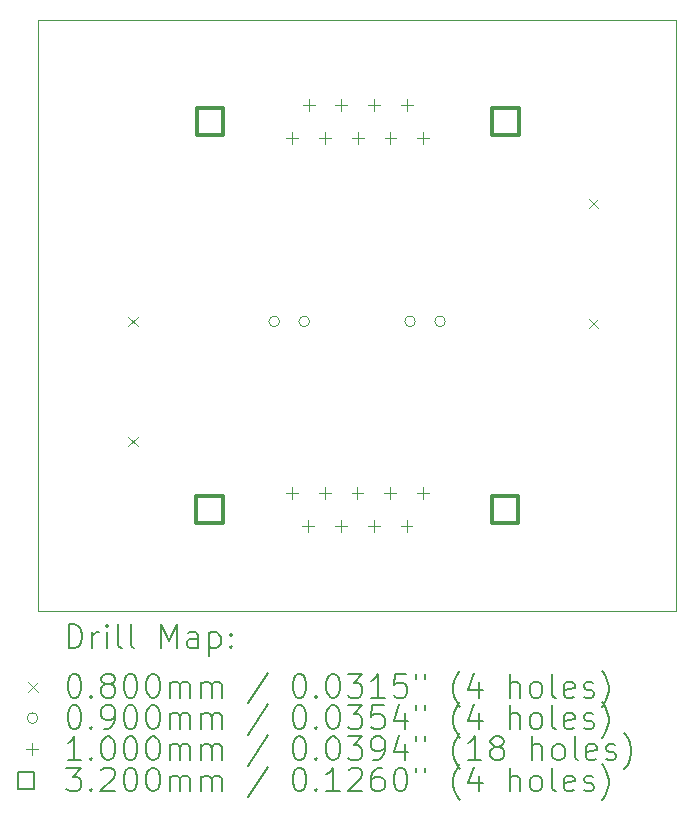
<source format=gbr>
%TF.GenerationSoftware,KiCad,Pcbnew,7.0.5*%
%TF.CreationDate,2024-08-02T13:19:41+02:00*%
%TF.ProjectId,NullModemAdapter,4e756c6c-4d6f-4646-956d-416461707465,rev?*%
%TF.SameCoordinates,Original*%
%TF.FileFunction,Drillmap*%
%TF.FilePolarity,Positive*%
%FSLAX45Y45*%
G04 Gerber Fmt 4.5, Leading zero omitted, Abs format (unit mm)*
G04 Created by KiCad (PCBNEW 7.0.5) date 2024-08-02 13:19:41*
%MOMM*%
%LPD*%
G01*
G04 APERTURE LIST*
%ADD10C,0.100000*%
%ADD11C,0.200000*%
%ADD12C,0.080000*%
%ADD13C,0.090000*%
%ADD14C,0.320000*%
G04 APERTURE END LIST*
D10*
X6000000Y-6000000D02*
X11400000Y-6000000D01*
X11400000Y-11000000D01*
X6000000Y-11000000D01*
X6000000Y-6000000D01*
D11*
D12*
X6760000Y-8510000D02*
X6840000Y-8590000D01*
X6840000Y-8510000D02*
X6760000Y-8590000D01*
X6760000Y-9526000D02*
X6840000Y-9606000D01*
X6840000Y-9526000D02*
X6760000Y-9606000D01*
X10660000Y-7510000D02*
X10740000Y-7590000D01*
X10740000Y-7510000D02*
X10660000Y-7590000D01*
X10660000Y-8526000D02*
X10740000Y-8606000D01*
X10740000Y-8526000D02*
X10660000Y-8606000D01*
D13*
X8041000Y-8550000D02*
G75*
G03*
X8041000Y-8550000I-45000J0D01*
G01*
X8295000Y-8550000D02*
G75*
G03*
X8295000Y-8550000I-45000J0D01*
G01*
X9191000Y-8550000D02*
G75*
G03*
X9191000Y-8550000I-45000J0D01*
G01*
X9445000Y-8550000D02*
G75*
G03*
X9445000Y-8550000I-45000J0D01*
G01*
D10*
X8147000Y-9950000D02*
X8147000Y-10050000D01*
X8097000Y-10000000D02*
X8197000Y-10000000D01*
X8149500Y-6949000D02*
X8149500Y-7049000D01*
X8099500Y-6999000D02*
X8199500Y-6999000D01*
X8285500Y-10234000D02*
X8285500Y-10334000D01*
X8235500Y-10284000D02*
X8335500Y-10284000D01*
X8288000Y-6665000D02*
X8288000Y-6765000D01*
X8238000Y-6715000D02*
X8338000Y-6715000D01*
X8424000Y-9950000D02*
X8424000Y-10050000D01*
X8374000Y-10000000D02*
X8474000Y-10000000D01*
X8426500Y-6949000D02*
X8426500Y-7049000D01*
X8376500Y-6999000D02*
X8476500Y-6999000D01*
X8562500Y-10234000D02*
X8562500Y-10334000D01*
X8512500Y-10284000D02*
X8612500Y-10284000D01*
X8565000Y-6665000D02*
X8565000Y-6765000D01*
X8515000Y-6715000D02*
X8615000Y-6715000D01*
X8701000Y-9950000D02*
X8701000Y-10050000D01*
X8651000Y-10000000D02*
X8751000Y-10000000D01*
X8703500Y-6949000D02*
X8703500Y-7049000D01*
X8653500Y-6999000D02*
X8753500Y-6999000D01*
X8839500Y-10234000D02*
X8839500Y-10334000D01*
X8789500Y-10284000D02*
X8889500Y-10284000D01*
X8842000Y-6665000D02*
X8842000Y-6765000D01*
X8792000Y-6715000D02*
X8892000Y-6715000D01*
X8978000Y-9950000D02*
X8978000Y-10050000D01*
X8928000Y-10000000D02*
X9028000Y-10000000D01*
X8980500Y-6949000D02*
X8980500Y-7049000D01*
X8930500Y-6999000D02*
X9030500Y-6999000D01*
X9116500Y-10234000D02*
X9116500Y-10334000D01*
X9066500Y-10284000D02*
X9166500Y-10284000D01*
X9119000Y-6665000D02*
X9119000Y-6765000D01*
X9069000Y-6715000D02*
X9169000Y-6715000D01*
X9255000Y-9950000D02*
X9255000Y-10050000D01*
X9205000Y-10000000D02*
X9305000Y-10000000D01*
X9257500Y-6949000D02*
X9257500Y-7049000D01*
X9207500Y-6999000D02*
X9307500Y-6999000D01*
D14*
X7564138Y-10255138D02*
X7564138Y-10028862D01*
X7337862Y-10028862D01*
X7337862Y-10255138D01*
X7564138Y-10255138D01*
X7566638Y-6970138D02*
X7566638Y-6743862D01*
X7340362Y-6743862D01*
X7340362Y-6970138D01*
X7566638Y-6970138D01*
X10064138Y-10255138D02*
X10064138Y-10028862D01*
X9837862Y-10028862D01*
X9837862Y-10255138D01*
X10064138Y-10255138D01*
X10066638Y-6970138D02*
X10066638Y-6743862D01*
X9840362Y-6743862D01*
X9840362Y-6970138D01*
X10066638Y-6970138D01*
D11*
X6255777Y-11316484D02*
X6255777Y-11116484D01*
X6255777Y-11116484D02*
X6303396Y-11116484D01*
X6303396Y-11116484D02*
X6331967Y-11126008D01*
X6331967Y-11126008D02*
X6351015Y-11145055D01*
X6351015Y-11145055D02*
X6360539Y-11164103D01*
X6360539Y-11164103D02*
X6370062Y-11202198D01*
X6370062Y-11202198D02*
X6370062Y-11230769D01*
X6370062Y-11230769D02*
X6360539Y-11268865D01*
X6360539Y-11268865D02*
X6351015Y-11287912D01*
X6351015Y-11287912D02*
X6331967Y-11306960D01*
X6331967Y-11306960D02*
X6303396Y-11316484D01*
X6303396Y-11316484D02*
X6255777Y-11316484D01*
X6455777Y-11316484D02*
X6455777Y-11183150D01*
X6455777Y-11221246D02*
X6465301Y-11202198D01*
X6465301Y-11202198D02*
X6474824Y-11192674D01*
X6474824Y-11192674D02*
X6493872Y-11183150D01*
X6493872Y-11183150D02*
X6512920Y-11183150D01*
X6579586Y-11316484D02*
X6579586Y-11183150D01*
X6579586Y-11116484D02*
X6570062Y-11126008D01*
X6570062Y-11126008D02*
X6579586Y-11135531D01*
X6579586Y-11135531D02*
X6589110Y-11126008D01*
X6589110Y-11126008D02*
X6579586Y-11116484D01*
X6579586Y-11116484D02*
X6579586Y-11135531D01*
X6703396Y-11316484D02*
X6684348Y-11306960D01*
X6684348Y-11306960D02*
X6674824Y-11287912D01*
X6674824Y-11287912D02*
X6674824Y-11116484D01*
X6808158Y-11316484D02*
X6789110Y-11306960D01*
X6789110Y-11306960D02*
X6779586Y-11287912D01*
X6779586Y-11287912D02*
X6779586Y-11116484D01*
X7036729Y-11316484D02*
X7036729Y-11116484D01*
X7036729Y-11116484D02*
X7103396Y-11259341D01*
X7103396Y-11259341D02*
X7170062Y-11116484D01*
X7170062Y-11116484D02*
X7170062Y-11316484D01*
X7351015Y-11316484D02*
X7351015Y-11211722D01*
X7351015Y-11211722D02*
X7341491Y-11192674D01*
X7341491Y-11192674D02*
X7322443Y-11183150D01*
X7322443Y-11183150D02*
X7284348Y-11183150D01*
X7284348Y-11183150D02*
X7265301Y-11192674D01*
X7351015Y-11306960D02*
X7331967Y-11316484D01*
X7331967Y-11316484D02*
X7284348Y-11316484D01*
X7284348Y-11316484D02*
X7265301Y-11306960D01*
X7265301Y-11306960D02*
X7255777Y-11287912D01*
X7255777Y-11287912D02*
X7255777Y-11268865D01*
X7255777Y-11268865D02*
X7265301Y-11249817D01*
X7265301Y-11249817D02*
X7284348Y-11240293D01*
X7284348Y-11240293D02*
X7331967Y-11240293D01*
X7331967Y-11240293D02*
X7351015Y-11230769D01*
X7446253Y-11183150D02*
X7446253Y-11383150D01*
X7446253Y-11192674D02*
X7465301Y-11183150D01*
X7465301Y-11183150D02*
X7503396Y-11183150D01*
X7503396Y-11183150D02*
X7522443Y-11192674D01*
X7522443Y-11192674D02*
X7531967Y-11202198D01*
X7531967Y-11202198D02*
X7541491Y-11221246D01*
X7541491Y-11221246D02*
X7541491Y-11278388D01*
X7541491Y-11278388D02*
X7531967Y-11297436D01*
X7531967Y-11297436D02*
X7522443Y-11306960D01*
X7522443Y-11306960D02*
X7503396Y-11316484D01*
X7503396Y-11316484D02*
X7465301Y-11316484D01*
X7465301Y-11316484D02*
X7446253Y-11306960D01*
X7627205Y-11297436D02*
X7636729Y-11306960D01*
X7636729Y-11306960D02*
X7627205Y-11316484D01*
X7627205Y-11316484D02*
X7617682Y-11306960D01*
X7617682Y-11306960D02*
X7627205Y-11297436D01*
X7627205Y-11297436D02*
X7627205Y-11316484D01*
X7627205Y-11192674D02*
X7636729Y-11202198D01*
X7636729Y-11202198D02*
X7627205Y-11211722D01*
X7627205Y-11211722D02*
X7617682Y-11202198D01*
X7617682Y-11202198D02*
X7627205Y-11192674D01*
X7627205Y-11192674D02*
X7627205Y-11211722D01*
D12*
X5915000Y-11605000D02*
X5995000Y-11685000D01*
X5995000Y-11605000D02*
X5915000Y-11685000D01*
D11*
X6293872Y-11536484D02*
X6312920Y-11536484D01*
X6312920Y-11536484D02*
X6331967Y-11546008D01*
X6331967Y-11546008D02*
X6341491Y-11555531D01*
X6341491Y-11555531D02*
X6351015Y-11574579D01*
X6351015Y-11574579D02*
X6360539Y-11612674D01*
X6360539Y-11612674D02*
X6360539Y-11660293D01*
X6360539Y-11660293D02*
X6351015Y-11698388D01*
X6351015Y-11698388D02*
X6341491Y-11717436D01*
X6341491Y-11717436D02*
X6331967Y-11726960D01*
X6331967Y-11726960D02*
X6312920Y-11736484D01*
X6312920Y-11736484D02*
X6293872Y-11736484D01*
X6293872Y-11736484D02*
X6274824Y-11726960D01*
X6274824Y-11726960D02*
X6265301Y-11717436D01*
X6265301Y-11717436D02*
X6255777Y-11698388D01*
X6255777Y-11698388D02*
X6246253Y-11660293D01*
X6246253Y-11660293D02*
X6246253Y-11612674D01*
X6246253Y-11612674D02*
X6255777Y-11574579D01*
X6255777Y-11574579D02*
X6265301Y-11555531D01*
X6265301Y-11555531D02*
X6274824Y-11546008D01*
X6274824Y-11546008D02*
X6293872Y-11536484D01*
X6446253Y-11717436D02*
X6455777Y-11726960D01*
X6455777Y-11726960D02*
X6446253Y-11736484D01*
X6446253Y-11736484D02*
X6436729Y-11726960D01*
X6436729Y-11726960D02*
X6446253Y-11717436D01*
X6446253Y-11717436D02*
X6446253Y-11736484D01*
X6570062Y-11622198D02*
X6551015Y-11612674D01*
X6551015Y-11612674D02*
X6541491Y-11603150D01*
X6541491Y-11603150D02*
X6531967Y-11584103D01*
X6531967Y-11584103D02*
X6531967Y-11574579D01*
X6531967Y-11574579D02*
X6541491Y-11555531D01*
X6541491Y-11555531D02*
X6551015Y-11546008D01*
X6551015Y-11546008D02*
X6570062Y-11536484D01*
X6570062Y-11536484D02*
X6608158Y-11536484D01*
X6608158Y-11536484D02*
X6627205Y-11546008D01*
X6627205Y-11546008D02*
X6636729Y-11555531D01*
X6636729Y-11555531D02*
X6646253Y-11574579D01*
X6646253Y-11574579D02*
X6646253Y-11584103D01*
X6646253Y-11584103D02*
X6636729Y-11603150D01*
X6636729Y-11603150D02*
X6627205Y-11612674D01*
X6627205Y-11612674D02*
X6608158Y-11622198D01*
X6608158Y-11622198D02*
X6570062Y-11622198D01*
X6570062Y-11622198D02*
X6551015Y-11631722D01*
X6551015Y-11631722D02*
X6541491Y-11641246D01*
X6541491Y-11641246D02*
X6531967Y-11660293D01*
X6531967Y-11660293D02*
X6531967Y-11698388D01*
X6531967Y-11698388D02*
X6541491Y-11717436D01*
X6541491Y-11717436D02*
X6551015Y-11726960D01*
X6551015Y-11726960D02*
X6570062Y-11736484D01*
X6570062Y-11736484D02*
X6608158Y-11736484D01*
X6608158Y-11736484D02*
X6627205Y-11726960D01*
X6627205Y-11726960D02*
X6636729Y-11717436D01*
X6636729Y-11717436D02*
X6646253Y-11698388D01*
X6646253Y-11698388D02*
X6646253Y-11660293D01*
X6646253Y-11660293D02*
X6636729Y-11641246D01*
X6636729Y-11641246D02*
X6627205Y-11631722D01*
X6627205Y-11631722D02*
X6608158Y-11622198D01*
X6770062Y-11536484D02*
X6789110Y-11536484D01*
X6789110Y-11536484D02*
X6808158Y-11546008D01*
X6808158Y-11546008D02*
X6817682Y-11555531D01*
X6817682Y-11555531D02*
X6827205Y-11574579D01*
X6827205Y-11574579D02*
X6836729Y-11612674D01*
X6836729Y-11612674D02*
X6836729Y-11660293D01*
X6836729Y-11660293D02*
X6827205Y-11698388D01*
X6827205Y-11698388D02*
X6817682Y-11717436D01*
X6817682Y-11717436D02*
X6808158Y-11726960D01*
X6808158Y-11726960D02*
X6789110Y-11736484D01*
X6789110Y-11736484D02*
X6770062Y-11736484D01*
X6770062Y-11736484D02*
X6751015Y-11726960D01*
X6751015Y-11726960D02*
X6741491Y-11717436D01*
X6741491Y-11717436D02*
X6731967Y-11698388D01*
X6731967Y-11698388D02*
X6722443Y-11660293D01*
X6722443Y-11660293D02*
X6722443Y-11612674D01*
X6722443Y-11612674D02*
X6731967Y-11574579D01*
X6731967Y-11574579D02*
X6741491Y-11555531D01*
X6741491Y-11555531D02*
X6751015Y-11546008D01*
X6751015Y-11546008D02*
X6770062Y-11536484D01*
X6960539Y-11536484D02*
X6979586Y-11536484D01*
X6979586Y-11536484D02*
X6998634Y-11546008D01*
X6998634Y-11546008D02*
X7008158Y-11555531D01*
X7008158Y-11555531D02*
X7017682Y-11574579D01*
X7017682Y-11574579D02*
X7027205Y-11612674D01*
X7027205Y-11612674D02*
X7027205Y-11660293D01*
X7027205Y-11660293D02*
X7017682Y-11698388D01*
X7017682Y-11698388D02*
X7008158Y-11717436D01*
X7008158Y-11717436D02*
X6998634Y-11726960D01*
X6998634Y-11726960D02*
X6979586Y-11736484D01*
X6979586Y-11736484D02*
X6960539Y-11736484D01*
X6960539Y-11736484D02*
X6941491Y-11726960D01*
X6941491Y-11726960D02*
X6931967Y-11717436D01*
X6931967Y-11717436D02*
X6922443Y-11698388D01*
X6922443Y-11698388D02*
X6912920Y-11660293D01*
X6912920Y-11660293D02*
X6912920Y-11612674D01*
X6912920Y-11612674D02*
X6922443Y-11574579D01*
X6922443Y-11574579D02*
X6931967Y-11555531D01*
X6931967Y-11555531D02*
X6941491Y-11546008D01*
X6941491Y-11546008D02*
X6960539Y-11536484D01*
X7112920Y-11736484D02*
X7112920Y-11603150D01*
X7112920Y-11622198D02*
X7122443Y-11612674D01*
X7122443Y-11612674D02*
X7141491Y-11603150D01*
X7141491Y-11603150D02*
X7170063Y-11603150D01*
X7170063Y-11603150D02*
X7189110Y-11612674D01*
X7189110Y-11612674D02*
X7198634Y-11631722D01*
X7198634Y-11631722D02*
X7198634Y-11736484D01*
X7198634Y-11631722D02*
X7208158Y-11612674D01*
X7208158Y-11612674D02*
X7227205Y-11603150D01*
X7227205Y-11603150D02*
X7255777Y-11603150D01*
X7255777Y-11603150D02*
X7274824Y-11612674D01*
X7274824Y-11612674D02*
X7284348Y-11631722D01*
X7284348Y-11631722D02*
X7284348Y-11736484D01*
X7379586Y-11736484D02*
X7379586Y-11603150D01*
X7379586Y-11622198D02*
X7389110Y-11612674D01*
X7389110Y-11612674D02*
X7408158Y-11603150D01*
X7408158Y-11603150D02*
X7436729Y-11603150D01*
X7436729Y-11603150D02*
X7455777Y-11612674D01*
X7455777Y-11612674D02*
X7465301Y-11631722D01*
X7465301Y-11631722D02*
X7465301Y-11736484D01*
X7465301Y-11631722D02*
X7474824Y-11612674D01*
X7474824Y-11612674D02*
X7493872Y-11603150D01*
X7493872Y-11603150D02*
X7522443Y-11603150D01*
X7522443Y-11603150D02*
X7541491Y-11612674D01*
X7541491Y-11612674D02*
X7551015Y-11631722D01*
X7551015Y-11631722D02*
X7551015Y-11736484D01*
X7941491Y-11526960D02*
X7770063Y-11784103D01*
X8198634Y-11536484D02*
X8217682Y-11536484D01*
X8217682Y-11536484D02*
X8236729Y-11546008D01*
X8236729Y-11546008D02*
X8246253Y-11555531D01*
X8246253Y-11555531D02*
X8255777Y-11574579D01*
X8255777Y-11574579D02*
X8265301Y-11612674D01*
X8265301Y-11612674D02*
X8265301Y-11660293D01*
X8265301Y-11660293D02*
X8255777Y-11698388D01*
X8255777Y-11698388D02*
X8246253Y-11717436D01*
X8246253Y-11717436D02*
X8236729Y-11726960D01*
X8236729Y-11726960D02*
X8217682Y-11736484D01*
X8217682Y-11736484D02*
X8198634Y-11736484D01*
X8198634Y-11736484D02*
X8179586Y-11726960D01*
X8179586Y-11726960D02*
X8170063Y-11717436D01*
X8170063Y-11717436D02*
X8160539Y-11698388D01*
X8160539Y-11698388D02*
X8151015Y-11660293D01*
X8151015Y-11660293D02*
X8151015Y-11612674D01*
X8151015Y-11612674D02*
X8160539Y-11574579D01*
X8160539Y-11574579D02*
X8170063Y-11555531D01*
X8170063Y-11555531D02*
X8179586Y-11546008D01*
X8179586Y-11546008D02*
X8198634Y-11536484D01*
X8351015Y-11717436D02*
X8360539Y-11726960D01*
X8360539Y-11726960D02*
X8351015Y-11736484D01*
X8351015Y-11736484D02*
X8341491Y-11726960D01*
X8341491Y-11726960D02*
X8351015Y-11717436D01*
X8351015Y-11717436D02*
X8351015Y-11736484D01*
X8484348Y-11536484D02*
X8503396Y-11536484D01*
X8503396Y-11536484D02*
X8522444Y-11546008D01*
X8522444Y-11546008D02*
X8531968Y-11555531D01*
X8531968Y-11555531D02*
X8541491Y-11574579D01*
X8541491Y-11574579D02*
X8551015Y-11612674D01*
X8551015Y-11612674D02*
X8551015Y-11660293D01*
X8551015Y-11660293D02*
X8541491Y-11698388D01*
X8541491Y-11698388D02*
X8531968Y-11717436D01*
X8531968Y-11717436D02*
X8522444Y-11726960D01*
X8522444Y-11726960D02*
X8503396Y-11736484D01*
X8503396Y-11736484D02*
X8484348Y-11736484D01*
X8484348Y-11736484D02*
X8465301Y-11726960D01*
X8465301Y-11726960D02*
X8455777Y-11717436D01*
X8455777Y-11717436D02*
X8446253Y-11698388D01*
X8446253Y-11698388D02*
X8436729Y-11660293D01*
X8436729Y-11660293D02*
X8436729Y-11612674D01*
X8436729Y-11612674D02*
X8446253Y-11574579D01*
X8446253Y-11574579D02*
X8455777Y-11555531D01*
X8455777Y-11555531D02*
X8465301Y-11546008D01*
X8465301Y-11546008D02*
X8484348Y-11536484D01*
X8617682Y-11536484D02*
X8741491Y-11536484D01*
X8741491Y-11536484D02*
X8674825Y-11612674D01*
X8674825Y-11612674D02*
X8703396Y-11612674D01*
X8703396Y-11612674D02*
X8722444Y-11622198D01*
X8722444Y-11622198D02*
X8731968Y-11631722D01*
X8731968Y-11631722D02*
X8741491Y-11650769D01*
X8741491Y-11650769D02*
X8741491Y-11698388D01*
X8741491Y-11698388D02*
X8731968Y-11717436D01*
X8731968Y-11717436D02*
X8722444Y-11726960D01*
X8722444Y-11726960D02*
X8703396Y-11736484D01*
X8703396Y-11736484D02*
X8646253Y-11736484D01*
X8646253Y-11736484D02*
X8627206Y-11726960D01*
X8627206Y-11726960D02*
X8617682Y-11717436D01*
X8931968Y-11736484D02*
X8817682Y-11736484D01*
X8874825Y-11736484D02*
X8874825Y-11536484D01*
X8874825Y-11536484D02*
X8855777Y-11565055D01*
X8855777Y-11565055D02*
X8836729Y-11584103D01*
X8836729Y-11584103D02*
X8817682Y-11593627D01*
X9112920Y-11536484D02*
X9017682Y-11536484D01*
X9017682Y-11536484D02*
X9008158Y-11631722D01*
X9008158Y-11631722D02*
X9017682Y-11622198D01*
X9017682Y-11622198D02*
X9036729Y-11612674D01*
X9036729Y-11612674D02*
X9084349Y-11612674D01*
X9084349Y-11612674D02*
X9103396Y-11622198D01*
X9103396Y-11622198D02*
X9112920Y-11631722D01*
X9112920Y-11631722D02*
X9122444Y-11650769D01*
X9122444Y-11650769D02*
X9122444Y-11698388D01*
X9122444Y-11698388D02*
X9112920Y-11717436D01*
X9112920Y-11717436D02*
X9103396Y-11726960D01*
X9103396Y-11726960D02*
X9084349Y-11736484D01*
X9084349Y-11736484D02*
X9036729Y-11736484D01*
X9036729Y-11736484D02*
X9017682Y-11726960D01*
X9017682Y-11726960D02*
X9008158Y-11717436D01*
X9198634Y-11536484D02*
X9198634Y-11574579D01*
X9274825Y-11536484D02*
X9274825Y-11574579D01*
X9570063Y-11812674D02*
X9560539Y-11803150D01*
X9560539Y-11803150D02*
X9541491Y-11774579D01*
X9541491Y-11774579D02*
X9531968Y-11755531D01*
X9531968Y-11755531D02*
X9522444Y-11726960D01*
X9522444Y-11726960D02*
X9512920Y-11679341D01*
X9512920Y-11679341D02*
X9512920Y-11641246D01*
X9512920Y-11641246D02*
X9522444Y-11593627D01*
X9522444Y-11593627D02*
X9531968Y-11565055D01*
X9531968Y-11565055D02*
X9541491Y-11546008D01*
X9541491Y-11546008D02*
X9560539Y-11517436D01*
X9560539Y-11517436D02*
X9570063Y-11507912D01*
X9731968Y-11603150D02*
X9731968Y-11736484D01*
X9684349Y-11526960D02*
X9636730Y-11669817D01*
X9636730Y-11669817D02*
X9760539Y-11669817D01*
X9989111Y-11736484D02*
X9989111Y-11536484D01*
X10074825Y-11736484D02*
X10074825Y-11631722D01*
X10074825Y-11631722D02*
X10065301Y-11612674D01*
X10065301Y-11612674D02*
X10046253Y-11603150D01*
X10046253Y-11603150D02*
X10017682Y-11603150D01*
X10017682Y-11603150D02*
X9998634Y-11612674D01*
X9998634Y-11612674D02*
X9989111Y-11622198D01*
X10198634Y-11736484D02*
X10179587Y-11726960D01*
X10179587Y-11726960D02*
X10170063Y-11717436D01*
X10170063Y-11717436D02*
X10160539Y-11698388D01*
X10160539Y-11698388D02*
X10160539Y-11641246D01*
X10160539Y-11641246D02*
X10170063Y-11622198D01*
X10170063Y-11622198D02*
X10179587Y-11612674D01*
X10179587Y-11612674D02*
X10198634Y-11603150D01*
X10198634Y-11603150D02*
X10227206Y-11603150D01*
X10227206Y-11603150D02*
X10246253Y-11612674D01*
X10246253Y-11612674D02*
X10255777Y-11622198D01*
X10255777Y-11622198D02*
X10265301Y-11641246D01*
X10265301Y-11641246D02*
X10265301Y-11698388D01*
X10265301Y-11698388D02*
X10255777Y-11717436D01*
X10255777Y-11717436D02*
X10246253Y-11726960D01*
X10246253Y-11726960D02*
X10227206Y-11736484D01*
X10227206Y-11736484D02*
X10198634Y-11736484D01*
X10379587Y-11736484D02*
X10360539Y-11726960D01*
X10360539Y-11726960D02*
X10351015Y-11707912D01*
X10351015Y-11707912D02*
X10351015Y-11536484D01*
X10531968Y-11726960D02*
X10512920Y-11736484D01*
X10512920Y-11736484D02*
X10474825Y-11736484D01*
X10474825Y-11736484D02*
X10455777Y-11726960D01*
X10455777Y-11726960D02*
X10446253Y-11707912D01*
X10446253Y-11707912D02*
X10446253Y-11631722D01*
X10446253Y-11631722D02*
X10455777Y-11612674D01*
X10455777Y-11612674D02*
X10474825Y-11603150D01*
X10474825Y-11603150D02*
X10512920Y-11603150D01*
X10512920Y-11603150D02*
X10531968Y-11612674D01*
X10531968Y-11612674D02*
X10541492Y-11631722D01*
X10541492Y-11631722D02*
X10541492Y-11650769D01*
X10541492Y-11650769D02*
X10446253Y-11669817D01*
X10617682Y-11726960D02*
X10636730Y-11736484D01*
X10636730Y-11736484D02*
X10674825Y-11736484D01*
X10674825Y-11736484D02*
X10693873Y-11726960D01*
X10693873Y-11726960D02*
X10703396Y-11707912D01*
X10703396Y-11707912D02*
X10703396Y-11698388D01*
X10703396Y-11698388D02*
X10693873Y-11679341D01*
X10693873Y-11679341D02*
X10674825Y-11669817D01*
X10674825Y-11669817D02*
X10646253Y-11669817D01*
X10646253Y-11669817D02*
X10627206Y-11660293D01*
X10627206Y-11660293D02*
X10617682Y-11641246D01*
X10617682Y-11641246D02*
X10617682Y-11631722D01*
X10617682Y-11631722D02*
X10627206Y-11612674D01*
X10627206Y-11612674D02*
X10646253Y-11603150D01*
X10646253Y-11603150D02*
X10674825Y-11603150D01*
X10674825Y-11603150D02*
X10693873Y-11612674D01*
X10770063Y-11812674D02*
X10779587Y-11803150D01*
X10779587Y-11803150D02*
X10798634Y-11774579D01*
X10798634Y-11774579D02*
X10808158Y-11755531D01*
X10808158Y-11755531D02*
X10817682Y-11726960D01*
X10817682Y-11726960D02*
X10827206Y-11679341D01*
X10827206Y-11679341D02*
X10827206Y-11641246D01*
X10827206Y-11641246D02*
X10817682Y-11593627D01*
X10817682Y-11593627D02*
X10808158Y-11565055D01*
X10808158Y-11565055D02*
X10798634Y-11546008D01*
X10798634Y-11546008D02*
X10779587Y-11517436D01*
X10779587Y-11517436D02*
X10770063Y-11507912D01*
D13*
X5995000Y-11909000D02*
G75*
G03*
X5995000Y-11909000I-45000J0D01*
G01*
D11*
X6293872Y-11800484D02*
X6312920Y-11800484D01*
X6312920Y-11800484D02*
X6331967Y-11810008D01*
X6331967Y-11810008D02*
X6341491Y-11819531D01*
X6341491Y-11819531D02*
X6351015Y-11838579D01*
X6351015Y-11838579D02*
X6360539Y-11876674D01*
X6360539Y-11876674D02*
X6360539Y-11924293D01*
X6360539Y-11924293D02*
X6351015Y-11962388D01*
X6351015Y-11962388D02*
X6341491Y-11981436D01*
X6341491Y-11981436D02*
X6331967Y-11990960D01*
X6331967Y-11990960D02*
X6312920Y-12000484D01*
X6312920Y-12000484D02*
X6293872Y-12000484D01*
X6293872Y-12000484D02*
X6274824Y-11990960D01*
X6274824Y-11990960D02*
X6265301Y-11981436D01*
X6265301Y-11981436D02*
X6255777Y-11962388D01*
X6255777Y-11962388D02*
X6246253Y-11924293D01*
X6246253Y-11924293D02*
X6246253Y-11876674D01*
X6246253Y-11876674D02*
X6255777Y-11838579D01*
X6255777Y-11838579D02*
X6265301Y-11819531D01*
X6265301Y-11819531D02*
X6274824Y-11810008D01*
X6274824Y-11810008D02*
X6293872Y-11800484D01*
X6446253Y-11981436D02*
X6455777Y-11990960D01*
X6455777Y-11990960D02*
X6446253Y-12000484D01*
X6446253Y-12000484D02*
X6436729Y-11990960D01*
X6436729Y-11990960D02*
X6446253Y-11981436D01*
X6446253Y-11981436D02*
X6446253Y-12000484D01*
X6551015Y-12000484D02*
X6589110Y-12000484D01*
X6589110Y-12000484D02*
X6608158Y-11990960D01*
X6608158Y-11990960D02*
X6617682Y-11981436D01*
X6617682Y-11981436D02*
X6636729Y-11952865D01*
X6636729Y-11952865D02*
X6646253Y-11914769D01*
X6646253Y-11914769D02*
X6646253Y-11838579D01*
X6646253Y-11838579D02*
X6636729Y-11819531D01*
X6636729Y-11819531D02*
X6627205Y-11810008D01*
X6627205Y-11810008D02*
X6608158Y-11800484D01*
X6608158Y-11800484D02*
X6570062Y-11800484D01*
X6570062Y-11800484D02*
X6551015Y-11810008D01*
X6551015Y-11810008D02*
X6541491Y-11819531D01*
X6541491Y-11819531D02*
X6531967Y-11838579D01*
X6531967Y-11838579D02*
X6531967Y-11886198D01*
X6531967Y-11886198D02*
X6541491Y-11905246D01*
X6541491Y-11905246D02*
X6551015Y-11914769D01*
X6551015Y-11914769D02*
X6570062Y-11924293D01*
X6570062Y-11924293D02*
X6608158Y-11924293D01*
X6608158Y-11924293D02*
X6627205Y-11914769D01*
X6627205Y-11914769D02*
X6636729Y-11905246D01*
X6636729Y-11905246D02*
X6646253Y-11886198D01*
X6770062Y-11800484D02*
X6789110Y-11800484D01*
X6789110Y-11800484D02*
X6808158Y-11810008D01*
X6808158Y-11810008D02*
X6817682Y-11819531D01*
X6817682Y-11819531D02*
X6827205Y-11838579D01*
X6827205Y-11838579D02*
X6836729Y-11876674D01*
X6836729Y-11876674D02*
X6836729Y-11924293D01*
X6836729Y-11924293D02*
X6827205Y-11962388D01*
X6827205Y-11962388D02*
X6817682Y-11981436D01*
X6817682Y-11981436D02*
X6808158Y-11990960D01*
X6808158Y-11990960D02*
X6789110Y-12000484D01*
X6789110Y-12000484D02*
X6770062Y-12000484D01*
X6770062Y-12000484D02*
X6751015Y-11990960D01*
X6751015Y-11990960D02*
X6741491Y-11981436D01*
X6741491Y-11981436D02*
X6731967Y-11962388D01*
X6731967Y-11962388D02*
X6722443Y-11924293D01*
X6722443Y-11924293D02*
X6722443Y-11876674D01*
X6722443Y-11876674D02*
X6731967Y-11838579D01*
X6731967Y-11838579D02*
X6741491Y-11819531D01*
X6741491Y-11819531D02*
X6751015Y-11810008D01*
X6751015Y-11810008D02*
X6770062Y-11800484D01*
X6960539Y-11800484D02*
X6979586Y-11800484D01*
X6979586Y-11800484D02*
X6998634Y-11810008D01*
X6998634Y-11810008D02*
X7008158Y-11819531D01*
X7008158Y-11819531D02*
X7017682Y-11838579D01*
X7017682Y-11838579D02*
X7027205Y-11876674D01*
X7027205Y-11876674D02*
X7027205Y-11924293D01*
X7027205Y-11924293D02*
X7017682Y-11962388D01*
X7017682Y-11962388D02*
X7008158Y-11981436D01*
X7008158Y-11981436D02*
X6998634Y-11990960D01*
X6998634Y-11990960D02*
X6979586Y-12000484D01*
X6979586Y-12000484D02*
X6960539Y-12000484D01*
X6960539Y-12000484D02*
X6941491Y-11990960D01*
X6941491Y-11990960D02*
X6931967Y-11981436D01*
X6931967Y-11981436D02*
X6922443Y-11962388D01*
X6922443Y-11962388D02*
X6912920Y-11924293D01*
X6912920Y-11924293D02*
X6912920Y-11876674D01*
X6912920Y-11876674D02*
X6922443Y-11838579D01*
X6922443Y-11838579D02*
X6931967Y-11819531D01*
X6931967Y-11819531D02*
X6941491Y-11810008D01*
X6941491Y-11810008D02*
X6960539Y-11800484D01*
X7112920Y-12000484D02*
X7112920Y-11867150D01*
X7112920Y-11886198D02*
X7122443Y-11876674D01*
X7122443Y-11876674D02*
X7141491Y-11867150D01*
X7141491Y-11867150D02*
X7170063Y-11867150D01*
X7170063Y-11867150D02*
X7189110Y-11876674D01*
X7189110Y-11876674D02*
X7198634Y-11895722D01*
X7198634Y-11895722D02*
X7198634Y-12000484D01*
X7198634Y-11895722D02*
X7208158Y-11876674D01*
X7208158Y-11876674D02*
X7227205Y-11867150D01*
X7227205Y-11867150D02*
X7255777Y-11867150D01*
X7255777Y-11867150D02*
X7274824Y-11876674D01*
X7274824Y-11876674D02*
X7284348Y-11895722D01*
X7284348Y-11895722D02*
X7284348Y-12000484D01*
X7379586Y-12000484D02*
X7379586Y-11867150D01*
X7379586Y-11886198D02*
X7389110Y-11876674D01*
X7389110Y-11876674D02*
X7408158Y-11867150D01*
X7408158Y-11867150D02*
X7436729Y-11867150D01*
X7436729Y-11867150D02*
X7455777Y-11876674D01*
X7455777Y-11876674D02*
X7465301Y-11895722D01*
X7465301Y-11895722D02*
X7465301Y-12000484D01*
X7465301Y-11895722D02*
X7474824Y-11876674D01*
X7474824Y-11876674D02*
X7493872Y-11867150D01*
X7493872Y-11867150D02*
X7522443Y-11867150D01*
X7522443Y-11867150D02*
X7541491Y-11876674D01*
X7541491Y-11876674D02*
X7551015Y-11895722D01*
X7551015Y-11895722D02*
X7551015Y-12000484D01*
X7941491Y-11790960D02*
X7770063Y-12048103D01*
X8198634Y-11800484D02*
X8217682Y-11800484D01*
X8217682Y-11800484D02*
X8236729Y-11810008D01*
X8236729Y-11810008D02*
X8246253Y-11819531D01*
X8246253Y-11819531D02*
X8255777Y-11838579D01*
X8255777Y-11838579D02*
X8265301Y-11876674D01*
X8265301Y-11876674D02*
X8265301Y-11924293D01*
X8265301Y-11924293D02*
X8255777Y-11962388D01*
X8255777Y-11962388D02*
X8246253Y-11981436D01*
X8246253Y-11981436D02*
X8236729Y-11990960D01*
X8236729Y-11990960D02*
X8217682Y-12000484D01*
X8217682Y-12000484D02*
X8198634Y-12000484D01*
X8198634Y-12000484D02*
X8179586Y-11990960D01*
X8179586Y-11990960D02*
X8170063Y-11981436D01*
X8170063Y-11981436D02*
X8160539Y-11962388D01*
X8160539Y-11962388D02*
X8151015Y-11924293D01*
X8151015Y-11924293D02*
X8151015Y-11876674D01*
X8151015Y-11876674D02*
X8160539Y-11838579D01*
X8160539Y-11838579D02*
X8170063Y-11819531D01*
X8170063Y-11819531D02*
X8179586Y-11810008D01*
X8179586Y-11810008D02*
X8198634Y-11800484D01*
X8351015Y-11981436D02*
X8360539Y-11990960D01*
X8360539Y-11990960D02*
X8351015Y-12000484D01*
X8351015Y-12000484D02*
X8341491Y-11990960D01*
X8341491Y-11990960D02*
X8351015Y-11981436D01*
X8351015Y-11981436D02*
X8351015Y-12000484D01*
X8484348Y-11800484D02*
X8503396Y-11800484D01*
X8503396Y-11800484D02*
X8522444Y-11810008D01*
X8522444Y-11810008D02*
X8531968Y-11819531D01*
X8531968Y-11819531D02*
X8541491Y-11838579D01*
X8541491Y-11838579D02*
X8551015Y-11876674D01*
X8551015Y-11876674D02*
X8551015Y-11924293D01*
X8551015Y-11924293D02*
X8541491Y-11962388D01*
X8541491Y-11962388D02*
X8531968Y-11981436D01*
X8531968Y-11981436D02*
X8522444Y-11990960D01*
X8522444Y-11990960D02*
X8503396Y-12000484D01*
X8503396Y-12000484D02*
X8484348Y-12000484D01*
X8484348Y-12000484D02*
X8465301Y-11990960D01*
X8465301Y-11990960D02*
X8455777Y-11981436D01*
X8455777Y-11981436D02*
X8446253Y-11962388D01*
X8446253Y-11962388D02*
X8436729Y-11924293D01*
X8436729Y-11924293D02*
X8436729Y-11876674D01*
X8436729Y-11876674D02*
X8446253Y-11838579D01*
X8446253Y-11838579D02*
X8455777Y-11819531D01*
X8455777Y-11819531D02*
X8465301Y-11810008D01*
X8465301Y-11810008D02*
X8484348Y-11800484D01*
X8617682Y-11800484D02*
X8741491Y-11800484D01*
X8741491Y-11800484D02*
X8674825Y-11876674D01*
X8674825Y-11876674D02*
X8703396Y-11876674D01*
X8703396Y-11876674D02*
X8722444Y-11886198D01*
X8722444Y-11886198D02*
X8731968Y-11895722D01*
X8731968Y-11895722D02*
X8741491Y-11914769D01*
X8741491Y-11914769D02*
X8741491Y-11962388D01*
X8741491Y-11962388D02*
X8731968Y-11981436D01*
X8731968Y-11981436D02*
X8722444Y-11990960D01*
X8722444Y-11990960D02*
X8703396Y-12000484D01*
X8703396Y-12000484D02*
X8646253Y-12000484D01*
X8646253Y-12000484D02*
X8627206Y-11990960D01*
X8627206Y-11990960D02*
X8617682Y-11981436D01*
X8922444Y-11800484D02*
X8827206Y-11800484D01*
X8827206Y-11800484D02*
X8817682Y-11895722D01*
X8817682Y-11895722D02*
X8827206Y-11886198D01*
X8827206Y-11886198D02*
X8846253Y-11876674D01*
X8846253Y-11876674D02*
X8893872Y-11876674D01*
X8893872Y-11876674D02*
X8912920Y-11886198D01*
X8912920Y-11886198D02*
X8922444Y-11895722D01*
X8922444Y-11895722D02*
X8931968Y-11914769D01*
X8931968Y-11914769D02*
X8931968Y-11962388D01*
X8931968Y-11962388D02*
X8922444Y-11981436D01*
X8922444Y-11981436D02*
X8912920Y-11990960D01*
X8912920Y-11990960D02*
X8893872Y-12000484D01*
X8893872Y-12000484D02*
X8846253Y-12000484D01*
X8846253Y-12000484D02*
X8827206Y-11990960D01*
X8827206Y-11990960D02*
X8817682Y-11981436D01*
X9103396Y-11867150D02*
X9103396Y-12000484D01*
X9055777Y-11790960D02*
X9008158Y-11933817D01*
X9008158Y-11933817D02*
X9131968Y-11933817D01*
X9198634Y-11800484D02*
X9198634Y-11838579D01*
X9274825Y-11800484D02*
X9274825Y-11838579D01*
X9570063Y-12076674D02*
X9560539Y-12067150D01*
X9560539Y-12067150D02*
X9541491Y-12038579D01*
X9541491Y-12038579D02*
X9531968Y-12019531D01*
X9531968Y-12019531D02*
X9522444Y-11990960D01*
X9522444Y-11990960D02*
X9512920Y-11943341D01*
X9512920Y-11943341D02*
X9512920Y-11905246D01*
X9512920Y-11905246D02*
X9522444Y-11857627D01*
X9522444Y-11857627D02*
X9531968Y-11829055D01*
X9531968Y-11829055D02*
X9541491Y-11810008D01*
X9541491Y-11810008D02*
X9560539Y-11781436D01*
X9560539Y-11781436D02*
X9570063Y-11771912D01*
X9731968Y-11867150D02*
X9731968Y-12000484D01*
X9684349Y-11790960D02*
X9636730Y-11933817D01*
X9636730Y-11933817D02*
X9760539Y-11933817D01*
X9989111Y-12000484D02*
X9989111Y-11800484D01*
X10074825Y-12000484D02*
X10074825Y-11895722D01*
X10074825Y-11895722D02*
X10065301Y-11876674D01*
X10065301Y-11876674D02*
X10046253Y-11867150D01*
X10046253Y-11867150D02*
X10017682Y-11867150D01*
X10017682Y-11867150D02*
X9998634Y-11876674D01*
X9998634Y-11876674D02*
X9989111Y-11886198D01*
X10198634Y-12000484D02*
X10179587Y-11990960D01*
X10179587Y-11990960D02*
X10170063Y-11981436D01*
X10170063Y-11981436D02*
X10160539Y-11962388D01*
X10160539Y-11962388D02*
X10160539Y-11905246D01*
X10160539Y-11905246D02*
X10170063Y-11886198D01*
X10170063Y-11886198D02*
X10179587Y-11876674D01*
X10179587Y-11876674D02*
X10198634Y-11867150D01*
X10198634Y-11867150D02*
X10227206Y-11867150D01*
X10227206Y-11867150D02*
X10246253Y-11876674D01*
X10246253Y-11876674D02*
X10255777Y-11886198D01*
X10255777Y-11886198D02*
X10265301Y-11905246D01*
X10265301Y-11905246D02*
X10265301Y-11962388D01*
X10265301Y-11962388D02*
X10255777Y-11981436D01*
X10255777Y-11981436D02*
X10246253Y-11990960D01*
X10246253Y-11990960D02*
X10227206Y-12000484D01*
X10227206Y-12000484D02*
X10198634Y-12000484D01*
X10379587Y-12000484D02*
X10360539Y-11990960D01*
X10360539Y-11990960D02*
X10351015Y-11971912D01*
X10351015Y-11971912D02*
X10351015Y-11800484D01*
X10531968Y-11990960D02*
X10512920Y-12000484D01*
X10512920Y-12000484D02*
X10474825Y-12000484D01*
X10474825Y-12000484D02*
X10455777Y-11990960D01*
X10455777Y-11990960D02*
X10446253Y-11971912D01*
X10446253Y-11971912D02*
X10446253Y-11895722D01*
X10446253Y-11895722D02*
X10455777Y-11876674D01*
X10455777Y-11876674D02*
X10474825Y-11867150D01*
X10474825Y-11867150D02*
X10512920Y-11867150D01*
X10512920Y-11867150D02*
X10531968Y-11876674D01*
X10531968Y-11876674D02*
X10541492Y-11895722D01*
X10541492Y-11895722D02*
X10541492Y-11914769D01*
X10541492Y-11914769D02*
X10446253Y-11933817D01*
X10617682Y-11990960D02*
X10636730Y-12000484D01*
X10636730Y-12000484D02*
X10674825Y-12000484D01*
X10674825Y-12000484D02*
X10693873Y-11990960D01*
X10693873Y-11990960D02*
X10703396Y-11971912D01*
X10703396Y-11971912D02*
X10703396Y-11962388D01*
X10703396Y-11962388D02*
X10693873Y-11943341D01*
X10693873Y-11943341D02*
X10674825Y-11933817D01*
X10674825Y-11933817D02*
X10646253Y-11933817D01*
X10646253Y-11933817D02*
X10627206Y-11924293D01*
X10627206Y-11924293D02*
X10617682Y-11905246D01*
X10617682Y-11905246D02*
X10617682Y-11895722D01*
X10617682Y-11895722D02*
X10627206Y-11876674D01*
X10627206Y-11876674D02*
X10646253Y-11867150D01*
X10646253Y-11867150D02*
X10674825Y-11867150D01*
X10674825Y-11867150D02*
X10693873Y-11876674D01*
X10770063Y-12076674D02*
X10779587Y-12067150D01*
X10779587Y-12067150D02*
X10798634Y-12038579D01*
X10798634Y-12038579D02*
X10808158Y-12019531D01*
X10808158Y-12019531D02*
X10817682Y-11990960D01*
X10817682Y-11990960D02*
X10827206Y-11943341D01*
X10827206Y-11943341D02*
X10827206Y-11905246D01*
X10827206Y-11905246D02*
X10817682Y-11857627D01*
X10817682Y-11857627D02*
X10808158Y-11829055D01*
X10808158Y-11829055D02*
X10798634Y-11810008D01*
X10798634Y-11810008D02*
X10779587Y-11781436D01*
X10779587Y-11781436D02*
X10770063Y-11771912D01*
D10*
X5945000Y-12123000D02*
X5945000Y-12223000D01*
X5895000Y-12173000D02*
X5995000Y-12173000D01*
D11*
X6360539Y-12264484D02*
X6246253Y-12264484D01*
X6303396Y-12264484D02*
X6303396Y-12064484D01*
X6303396Y-12064484D02*
X6284348Y-12093055D01*
X6284348Y-12093055D02*
X6265301Y-12112103D01*
X6265301Y-12112103D02*
X6246253Y-12121627D01*
X6446253Y-12245436D02*
X6455777Y-12254960D01*
X6455777Y-12254960D02*
X6446253Y-12264484D01*
X6446253Y-12264484D02*
X6436729Y-12254960D01*
X6436729Y-12254960D02*
X6446253Y-12245436D01*
X6446253Y-12245436D02*
X6446253Y-12264484D01*
X6579586Y-12064484D02*
X6598634Y-12064484D01*
X6598634Y-12064484D02*
X6617682Y-12074008D01*
X6617682Y-12074008D02*
X6627205Y-12083531D01*
X6627205Y-12083531D02*
X6636729Y-12102579D01*
X6636729Y-12102579D02*
X6646253Y-12140674D01*
X6646253Y-12140674D02*
X6646253Y-12188293D01*
X6646253Y-12188293D02*
X6636729Y-12226388D01*
X6636729Y-12226388D02*
X6627205Y-12245436D01*
X6627205Y-12245436D02*
X6617682Y-12254960D01*
X6617682Y-12254960D02*
X6598634Y-12264484D01*
X6598634Y-12264484D02*
X6579586Y-12264484D01*
X6579586Y-12264484D02*
X6560539Y-12254960D01*
X6560539Y-12254960D02*
X6551015Y-12245436D01*
X6551015Y-12245436D02*
X6541491Y-12226388D01*
X6541491Y-12226388D02*
X6531967Y-12188293D01*
X6531967Y-12188293D02*
X6531967Y-12140674D01*
X6531967Y-12140674D02*
X6541491Y-12102579D01*
X6541491Y-12102579D02*
X6551015Y-12083531D01*
X6551015Y-12083531D02*
X6560539Y-12074008D01*
X6560539Y-12074008D02*
X6579586Y-12064484D01*
X6770062Y-12064484D02*
X6789110Y-12064484D01*
X6789110Y-12064484D02*
X6808158Y-12074008D01*
X6808158Y-12074008D02*
X6817682Y-12083531D01*
X6817682Y-12083531D02*
X6827205Y-12102579D01*
X6827205Y-12102579D02*
X6836729Y-12140674D01*
X6836729Y-12140674D02*
X6836729Y-12188293D01*
X6836729Y-12188293D02*
X6827205Y-12226388D01*
X6827205Y-12226388D02*
X6817682Y-12245436D01*
X6817682Y-12245436D02*
X6808158Y-12254960D01*
X6808158Y-12254960D02*
X6789110Y-12264484D01*
X6789110Y-12264484D02*
X6770062Y-12264484D01*
X6770062Y-12264484D02*
X6751015Y-12254960D01*
X6751015Y-12254960D02*
X6741491Y-12245436D01*
X6741491Y-12245436D02*
X6731967Y-12226388D01*
X6731967Y-12226388D02*
X6722443Y-12188293D01*
X6722443Y-12188293D02*
X6722443Y-12140674D01*
X6722443Y-12140674D02*
X6731967Y-12102579D01*
X6731967Y-12102579D02*
X6741491Y-12083531D01*
X6741491Y-12083531D02*
X6751015Y-12074008D01*
X6751015Y-12074008D02*
X6770062Y-12064484D01*
X6960539Y-12064484D02*
X6979586Y-12064484D01*
X6979586Y-12064484D02*
X6998634Y-12074008D01*
X6998634Y-12074008D02*
X7008158Y-12083531D01*
X7008158Y-12083531D02*
X7017682Y-12102579D01*
X7017682Y-12102579D02*
X7027205Y-12140674D01*
X7027205Y-12140674D02*
X7027205Y-12188293D01*
X7027205Y-12188293D02*
X7017682Y-12226388D01*
X7017682Y-12226388D02*
X7008158Y-12245436D01*
X7008158Y-12245436D02*
X6998634Y-12254960D01*
X6998634Y-12254960D02*
X6979586Y-12264484D01*
X6979586Y-12264484D02*
X6960539Y-12264484D01*
X6960539Y-12264484D02*
X6941491Y-12254960D01*
X6941491Y-12254960D02*
X6931967Y-12245436D01*
X6931967Y-12245436D02*
X6922443Y-12226388D01*
X6922443Y-12226388D02*
X6912920Y-12188293D01*
X6912920Y-12188293D02*
X6912920Y-12140674D01*
X6912920Y-12140674D02*
X6922443Y-12102579D01*
X6922443Y-12102579D02*
X6931967Y-12083531D01*
X6931967Y-12083531D02*
X6941491Y-12074008D01*
X6941491Y-12074008D02*
X6960539Y-12064484D01*
X7112920Y-12264484D02*
X7112920Y-12131150D01*
X7112920Y-12150198D02*
X7122443Y-12140674D01*
X7122443Y-12140674D02*
X7141491Y-12131150D01*
X7141491Y-12131150D02*
X7170063Y-12131150D01*
X7170063Y-12131150D02*
X7189110Y-12140674D01*
X7189110Y-12140674D02*
X7198634Y-12159722D01*
X7198634Y-12159722D02*
X7198634Y-12264484D01*
X7198634Y-12159722D02*
X7208158Y-12140674D01*
X7208158Y-12140674D02*
X7227205Y-12131150D01*
X7227205Y-12131150D02*
X7255777Y-12131150D01*
X7255777Y-12131150D02*
X7274824Y-12140674D01*
X7274824Y-12140674D02*
X7284348Y-12159722D01*
X7284348Y-12159722D02*
X7284348Y-12264484D01*
X7379586Y-12264484D02*
X7379586Y-12131150D01*
X7379586Y-12150198D02*
X7389110Y-12140674D01*
X7389110Y-12140674D02*
X7408158Y-12131150D01*
X7408158Y-12131150D02*
X7436729Y-12131150D01*
X7436729Y-12131150D02*
X7455777Y-12140674D01*
X7455777Y-12140674D02*
X7465301Y-12159722D01*
X7465301Y-12159722D02*
X7465301Y-12264484D01*
X7465301Y-12159722D02*
X7474824Y-12140674D01*
X7474824Y-12140674D02*
X7493872Y-12131150D01*
X7493872Y-12131150D02*
X7522443Y-12131150D01*
X7522443Y-12131150D02*
X7541491Y-12140674D01*
X7541491Y-12140674D02*
X7551015Y-12159722D01*
X7551015Y-12159722D02*
X7551015Y-12264484D01*
X7941491Y-12054960D02*
X7770063Y-12312103D01*
X8198634Y-12064484D02*
X8217682Y-12064484D01*
X8217682Y-12064484D02*
X8236729Y-12074008D01*
X8236729Y-12074008D02*
X8246253Y-12083531D01*
X8246253Y-12083531D02*
X8255777Y-12102579D01*
X8255777Y-12102579D02*
X8265301Y-12140674D01*
X8265301Y-12140674D02*
X8265301Y-12188293D01*
X8265301Y-12188293D02*
X8255777Y-12226388D01*
X8255777Y-12226388D02*
X8246253Y-12245436D01*
X8246253Y-12245436D02*
X8236729Y-12254960D01*
X8236729Y-12254960D02*
X8217682Y-12264484D01*
X8217682Y-12264484D02*
X8198634Y-12264484D01*
X8198634Y-12264484D02*
X8179586Y-12254960D01*
X8179586Y-12254960D02*
X8170063Y-12245436D01*
X8170063Y-12245436D02*
X8160539Y-12226388D01*
X8160539Y-12226388D02*
X8151015Y-12188293D01*
X8151015Y-12188293D02*
X8151015Y-12140674D01*
X8151015Y-12140674D02*
X8160539Y-12102579D01*
X8160539Y-12102579D02*
X8170063Y-12083531D01*
X8170063Y-12083531D02*
X8179586Y-12074008D01*
X8179586Y-12074008D02*
X8198634Y-12064484D01*
X8351015Y-12245436D02*
X8360539Y-12254960D01*
X8360539Y-12254960D02*
X8351015Y-12264484D01*
X8351015Y-12264484D02*
X8341491Y-12254960D01*
X8341491Y-12254960D02*
X8351015Y-12245436D01*
X8351015Y-12245436D02*
X8351015Y-12264484D01*
X8484348Y-12064484D02*
X8503396Y-12064484D01*
X8503396Y-12064484D02*
X8522444Y-12074008D01*
X8522444Y-12074008D02*
X8531968Y-12083531D01*
X8531968Y-12083531D02*
X8541491Y-12102579D01*
X8541491Y-12102579D02*
X8551015Y-12140674D01*
X8551015Y-12140674D02*
X8551015Y-12188293D01*
X8551015Y-12188293D02*
X8541491Y-12226388D01*
X8541491Y-12226388D02*
X8531968Y-12245436D01*
X8531968Y-12245436D02*
X8522444Y-12254960D01*
X8522444Y-12254960D02*
X8503396Y-12264484D01*
X8503396Y-12264484D02*
X8484348Y-12264484D01*
X8484348Y-12264484D02*
X8465301Y-12254960D01*
X8465301Y-12254960D02*
X8455777Y-12245436D01*
X8455777Y-12245436D02*
X8446253Y-12226388D01*
X8446253Y-12226388D02*
X8436729Y-12188293D01*
X8436729Y-12188293D02*
X8436729Y-12140674D01*
X8436729Y-12140674D02*
X8446253Y-12102579D01*
X8446253Y-12102579D02*
X8455777Y-12083531D01*
X8455777Y-12083531D02*
X8465301Y-12074008D01*
X8465301Y-12074008D02*
X8484348Y-12064484D01*
X8617682Y-12064484D02*
X8741491Y-12064484D01*
X8741491Y-12064484D02*
X8674825Y-12140674D01*
X8674825Y-12140674D02*
X8703396Y-12140674D01*
X8703396Y-12140674D02*
X8722444Y-12150198D01*
X8722444Y-12150198D02*
X8731968Y-12159722D01*
X8731968Y-12159722D02*
X8741491Y-12178769D01*
X8741491Y-12178769D02*
X8741491Y-12226388D01*
X8741491Y-12226388D02*
X8731968Y-12245436D01*
X8731968Y-12245436D02*
X8722444Y-12254960D01*
X8722444Y-12254960D02*
X8703396Y-12264484D01*
X8703396Y-12264484D02*
X8646253Y-12264484D01*
X8646253Y-12264484D02*
X8627206Y-12254960D01*
X8627206Y-12254960D02*
X8617682Y-12245436D01*
X8836729Y-12264484D02*
X8874825Y-12264484D01*
X8874825Y-12264484D02*
X8893872Y-12254960D01*
X8893872Y-12254960D02*
X8903396Y-12245436D01*
X8903396Y-12245436D02*
X8922444Y-12216865D01*
X8922444Y-12216865D02*
X8931968Y-12178769D01*
X8931968Y-12178769D02*
X8931968Y-12102579D01*
X8931968Y-12102579D02*
X8922444Y-12083531D01*
X8922444Y-12083531D02*
X8912920Y-12074008D01*
X8912920Y-12074008D02*
X8893872Y-12064484D01*
X8893872Y-12064484D02*
X8855777Y-12064484D01*
X8855777Y-12064484D02*
X8836729Y-12074008D01*
X8836729Y-12074008D02*
X8827206Y-12083531D01*
X8827206Y-12083531D02*
X8817682Y-12102579D01*
X8817682Y-12102579D02*
X8817682Y-12150198D01*
X8817682Y-12150198D02*
X8827206Y-12169246D01*
X8827206Y-12169246D02*
X8836729Y-12178769D01*
X8836729Y-12178769D02*
X8855777Y-12188293D01*
X8855777Y-12188293D02*
X8893872Y-12188293D01*
X8893872Y-12188293D02*
X8912920Y-12178769D01*
X8912920Y-12178769D02*
X8922444Y-12169246D01*
X8922444Y-12169246D02*
X8931968Y-12150198D01*
X9103396Y-12131150D02*
X9103396Y-12264484D01*
X9055777Y-12054960D02*
X9008158Y-12197817D01*
X9008158Y-12197817D02*
X9131968Y-12197817D01*
X9198634Y-12064484D02*
X9198634Y-12102579D01*
X9274825Y-12064484D02*
X9274825Y-12102579D01*
X9570063Y-12340674D02*
X9560539Y-12331150D01*
X9560539Y-12331150D02*
X9541491Y-12302579D01*
X9541491Y-12302579D02*
X9531968Y-12283531D01*
X9531968Y-12283531D02*
X9522444Y-12254960D01*
X9522444Y-12254960D02*
X9512920Y-12207341D01*
X9512920Y-12207341D02*
X9512920Y-12169246D01*
X9512920Y-12169246D02*
X9522444Y-12121627D01*
X9522444Y-12121627D02*
X9531968Y-12093055D01*
X9531968Y-12093055D02*
X9541491Y-12074008D01*
X9541491Y-12074008D02*
X9560539Y-12045436D01*
X9560539Y-12045436D02*
X9570063Y-12035912D01*
X9751015Y-12264484D02*
X9636730Y-12264484D01*
X9693872Y-12264484D02*
X9693872Y-12064484D01*
X9693872Y-12064484D02*
X9674825Y-12093055D01*
X9674825Y-12093055D02*
X9655777Y-12112103D01*
X9655777Y-12112103D02*
X9636730Y-12121627D01*
X9865301Y-12150198D02*
X9846253Y-12140674D01*
X9846253Y-12140674D02*
X9836730Y-12131150D01*
X9836730Y-12131150D02*
X9827206Y-12112103D01*
X9827206Y-12112103D02*
X9827206Y-12102579D01*
X9827206Y-12102579D02*
X9836730Y-12083531D01*
X9836730Y-12083531D02*
X9846253Y-12074008D01*
X9846253Y-12074008D02*
X9865301Y-12064484D01*
X9865301Y-12064484D02*
X9903396Y-12064484D01*
X9903396Y-12064484D02*
X9922444Y-12074008D01*
X9922444Y-12074008D02*
X9931968Y-12083531D01*
X9931968Y-12083531D02*
X9941491Y-12102579D01*
X9941491Y-12102579D02*
X9941491Y-12112103D01*
X9941491Y-12112103D02*
X9931968Y-12131150D01*
X9931968Y-12131150D02*
X9922444Y-12140674D01*
X9922444Y-12140674D02*
X9903396Y-12150198D01*
X9903396Y-12150198D02*
X9865301Y-12150198D01*
X9865301Y-12150198D02*
X9846253Y-12159722D01*
X9846253Y-12159722D02*
X9836730Y-12169246D01*
X9836730Y-12169246D02*
X9827206Y-12188293D01*
X9827206Y-12188293D02*
X9827206Y-12226388D01*
X9827206Y-12226388D02*
X9836730Y-12245436D01*
X9836730Y-12245436D02*
X9846253Y-12254960D01*
X9846253Y-12254960D02*
X9865301Y-12264484D01*
X9865301Y-12264484D02*
X9903396Y-12264484D01*
X9903396Y-12264484D02*
X9922444Y-12254960D01*
X9922444Y-12254960D02*
X9931968Y-12245436D01*
X9931968Y-12245436D02*
X9941491Y-12226388D01*
X9941491Y-12226388D02*
X9941491Y-12188293D01*
X9941491Y-12188293D02*
X9931968Y-12169246D01*
X9931968Y-12169246D02*
X9922444Y-12159722D01*
X9922444Y-12159722D02*
X9903396Y-12150198D01*
X10179587Y-12264484D02*
X10179587Y-12064484D01*
X10265301Y-12264484D02*
X10265301Y-12159722D01*
X10265301Y-12159722D02*
X10255777Y-12140674D01*
X10255777Y-12140674D02*
X10236730Y-12131150D01*
X10236730Y-12131150D02*
X10208158Y-12131150D01*
X10208158Y-12131150D02*
X10189111Y-12140674D01*
X10189111Y-12140674D02*
X10179587Y-12150198D01*
X10389111Y-12264484D02*
X10370063Y-12254960D01*
X10370063Y-12254960D02*
X10360539Y-12245436D01*
X10360539Y-12245436D02*
X10351015Y-12226388D01*
X10351015Y-12226388D02*
X10351015Y-12169246D01*
X10351015Y-12169246D02*
X10360539Y-12150198D01*
X10360539Y-12150198D02*
X10370063Y-12140674D01*
X10370063Y-12140674D02*
X10389111Y-12131150D01*
X10389111Y-12131150D02*
X10417682Y-12131150D01*
X10417682Y-12131150D02*
X10436730Y-12140674D01*
X10436730Y-12140674D02*
X10446253Y-12150198D01*
X10446253Y-12150198D02*
X10455777Y-12169246D01*
X10455777Y-12169246D02*
X10455777Y-12226388D01*
X10455777Y-12226388D02*
X10446253Y-12245436D01*
X10446253Y-12245436D02*
X10436730Y-12254960D01*
X10436730Y-12254960D02*
X10417682Y-12264484D01*
X10417682Y-12264484D02*
X10389111Y-12264484D01*
X10570063Y-12264484D02*
X10551015Y-12254960D01*
X10551015Y-12254960D02*
X10541492Y-12235912D01*
X10541492Y-12235912D02*
X10541492Y-12064484D01*
X10722444Y-12254960D02*
X10703396Y-12264484D01*
X10703396Y-12264484D02*
X10665301Y-12264484D01*
X10665301Y-12264484D02*
X10646253Y-12254960D01*
X10646253Y-12254960D02*
X10636730Y-12235912D01*
X10636730Y-12235912D02*
X10636730Y-12159722D01*
X10636730Y-12159722D02*
X10646253Y-12140674D01*
X10646253Y-12140674D02*
X10665301Y-12131150D01*
X10665301Y-12131150D02*
X10703396Y-12131150D01*
X10703396Y-12131150D02*
X10722444Y-12140674D01*
X10722444Y-12140674D02*
X10731968Y-12159722D01*
X10731968Y-12159722D02*
X10731968Y-12178769D01*
X10731968Y-12178769D02*
X10636730Y-12197817D01*
X10808158Y-12254960D02*
X10827206Y-12264484D01*
X10827206Y-12264484D02*
X10865301Y-12264484D01*
X10865301Y-12264484D02*
X10884349Y-12254960D01*
X10884349Y-12254960D02*
X10893873Y-12235912D01*
X10893873Y-12235912D02*
X10893873Y-12226388D01*
X10893873Y-12226388D02*
X10884349Y-12207341D01*
X10884349Y-12207341D02*
X10865301Y-12197817D01*
X10865301Y-12197817D02*
X10836730Y-12197817D01*
X10836730Y-12197817D02*
X10817682Y-12188293D01*
X10817682Y-12188293D02*
X10808158Y-12169246D01*
X10808158Y-12169246D02*
X10808158Y-12159722D01*
X10808158Y-12159722D02*
X10817682Y-12140674D01*
X10817682Y-12140674D02*
X10836730Y-12131150D01*
X10836730Y-12131150D02*
X10865301Y-12131150D01*
X10865301Y-12131150D02*
X10884349Y-12140674D01*
X10960539Y-12340674D02*
X10970063Y-12331150D01*
X10970063Y-12331150D02*
X10989111Y-12302579D01*
X10989111Y-12302579D02*
X10998634Y-12283531D01*
X10998634Y-12283531D02*
X11008158Y-12254960D01*
X11008158Y-12254960D02*
X11017682Y-12207341D01*
X11017682Y-12207341D02*
X11017682Y-12169246D01*
X11017682Y-12169246D02*
X11008158Y-12121627D01*
X11008158Y-12121627D02*
X10998634Y-12093055D01*
X10998634Y-12093055D02*
X10989111Y-12074008D01*
X10989111Y-12074008D02*
X10970063Y-12045436D01*
X10970063Y-12045436D02*
X10960539Y-12035912D01*
X5965711Y-12507711D02*
X5965711Y-12366289D01*
X5824289Y-12366289D01*
X5824289Y-12507711D01*
X5965711Y-12507711D01*
X6236729Y-12328484D02*
X6360539Y-12328484D01*
X6360539Y-12328484D02*
X6293872Y-12404674D01*
X6293872Y-12404674D02*
X6322443Y-12404674D01*
X6322443Y-12404674D02*
X6341491Y-12414198D01*
X6341491Y-12414198D02*
X6351015Y-12423722D01*
X6351015Y-12423722D02*
X6360539Y-12442769D01*
X6360539Y-12442769D02*
X6360539Y-12490388D01*
X6360539Y-12490388D02*
X6351015Y-12509436D01*
X6351015Y-12509436D02*
X6341491Y-12518960D01*
X6341491Y-12518960D02*
X6322443Y-12528484D01*
X6322443Y-12528484D02*
X6265301Y-12528484D01*
X6265301Y-12528484D02*
X6246253Y-12518960D01*
X6246253Y-12518960D02*
X6236729Y-12509436D01*
X6446253Y-12509436D02*
X6455777Y-12518960D01*
X6455777Y-12518960D02*
X6446253Y-12528484D01*
X6446253Y-12528484D02*
X6436729Y-12518960D01*
X6436729Y-12518960D02*
X6446253Y-12509436D01*
X6446253Y-12509436D02*
X6446253Y-12528484D01*
X6531967Y-12347531D02*
X6541491Y-12338008D01*
X6541491Y-12338008D02*
X6560539Y-12328484D01*
X6560539Y-12328484D02*
X6608158Y-12328484D01*
X6608158Y-12328484D02*
X6627205Y-12338008D01*
X6627205Y-12338008D02*
X6636729Y-12347531D01*
X6636729Y-12347531D02*
X6646253Y-12366579D01*
X6646253Y-12366579D02*
X6646253Y-12385627D01*
X6646253Y-12385627D02*
X6636729Y-12414198D01*
X6636729Y-12414198D02*
X6522443Y-12528484D01*
X6522443Y-12528484D02*
X6646253Y-12528484D01*
X6770062Y-12328484D02*
X6789110Y-12328484D01*
X6789110Y-12328484D02*
X6808158Y-12338008D01*
X6808158Y-12338008D02*
X6817682Y-12347531D01*
X6817682Y-12347531D02*
X6827205Y-12366579D01*
X6827205Y-12366579D02*
X6836729Y-12404674D01*
X6836729Y-12404674D02*
X6836729Y-12452293D01*
X6836729Y-12452293D02*
X6827205Y-12490388D01*
X6827205Y-12490388D02*
X6817682Y-12509436D01*
X6817682Y-12509436D02*
X6808158Y-12518960D01*
X6808158Y-12518960D02*
X6789110Y-12528484D01*
X6789110Y-12528484D02*
X6770062Y-12528484D01*
X6770062Y-12528484D02*
X6751015Y-12518960D01*
X6751015Y-12518960D02*
X6741491Y-12509436D01*
X6741491Y-12509436D02*
X6731967Y-12490388D01*
X6731967Y-12490388D02*
X6722443Y-12452293D01*
X6722443Y-12452293D02*
X6722443Y-12404674D01*
X6722443Y-12404674D02*
X6731967Y-12366579D01*
X6731967Y-12366579D02*
X6741491Y-12347531D01*
X6741491Y-12347531D02*
X6751015Y-12338008D01*
X6751015Y-12338008D02*
X6770062Y-12328484D01*
X6960539Y-12328484D02*
X6979586Y-12328484D01*
X6979586Y-12328484D02*
X6998634Y-12338008D01*
X6998634Y-12338008D02*
X7008158Y-12347531D01*
X7008158Y-12347531D02*
X7017682Y-12366579D01*
X7017682Y-12366579D02*
X7027205Y-12404674D01*
X7027205Y-12404674D02*
X7027205Y-12452293D01*
X7027205Y-12452293D02*
X7017682Y-12490388D01*
X7017682Y-12490388D02*
X7008158Y-12509436D01*
X7008158Y-12509436D02*
X6998634Y-12518960D01*
X6998634Y-12518960D02*
X6979586Y-12528484D01*
X6979586Y-12528484D02*
X6960539Y-12528484D01*
X6960539Y-12528484D02*
X6941491Y-12518960D01*
X6941491Y-12518960D02*
X6931967Y-12509436D01*
X6931967Y-12509436D02*
X6922443Y-12490388D01*
X6922443Y-12490388D02*
X6912920Y-12452293D01*
X6912920Y-12452293D02*
X6912920Y-12404674D01*
X6912920Y-12404674D02*
X6922443Y-12366579D01*
X6922443Y-12366579D02*
X6931967Y-12347531D01*
X6931967Y-12347531D02*
X6941491Y-12338008D01*
X6941491Y-12338008D02*
X6960539Y-12328484D01*
X7112920Y-12528484D02*
X7112920Y-12395150D01*
X7112920Y-12414198D02*
X7122443Y-12404674D01*
X7122443Y-12404674D02*
X7141491Y-12395150D01*
X7141491Y-12395150D02*
X7170063Y-12395150D01*
X7170063Y-12395150D02*
X7189110Y-12404674D01*
X7189110Y-12404674D02*
X7198634Y-12423722D01*
X7198634Y-12423722D02*
X7198634Y-12528484D01*
X7198634Y-12423722D02*
X7208158Y-12404674D01*
X7208158Y-12404674D02*
X7227205Y-12395150D01*
X7227205Y-12395150D02*
X7255777Y-12395150D01*
X7255777Y-12395150D02*
X7274824Y-12404674D01*
X7274824Y-12404674D02*
X7284348Y-12423722D01*
X7284348Y-12423722D02*
X7284348Y-12528484D01*
X7379586Y-12528484D02*
X7379586Y-12395150D01*
X7379586Y-12414198D02*
X7389110Y-12404674D01*
X7389110Y-12404674D02*
X7408158Y-12395150D01*
X7408158Y-12395150D02*
X7436729Y-12395150D01*
X7436729Y-12395150D02*
X7455777Y-12404674D01*
X7455777Y-12404674D02*
X7465301Y-12423722D01*
X7465301Y-12423722D02*
X7465301Y-12528484D01*
X7465301Y-12423722D02*
X7474824Y-12404674D01*
X7474824Y-12404674D02*
X7493872Y-12395150D01*
X7493872Y-12395150D02*
X7522443Y-12395150D01*
X7522443Y-12395150D02*
X7541491Y-12404674D01*
X7541491Y-12404674D02*
X7551015Y-12423722D01*
X7551015Y-12423722D02*
X7551015Y-12528484D01*
X7941491Y-12318960D02*
X7770063Y-12576103D01*
X8198634Y-12328484D02*
X8217682Y-12328484D01*
X8217682Y-12328484D02*
X8236729Y-12338008D01*
X8236729Y-12338008D02*
X8246253Y-12347531D01*
X8246253Y-12347531D02*
X8255777Y-12366579D01*
X8255777Y-12366579D02*
X8265301Y-12404674D01*
X8265301Y-12404674D02*
X8265301Y-12452293D01*
X8265301Y-12452293D02*
X8255777Y-12490388D01*
X8255777Y-12490388D02*
X8246253Y-12509436D01*
X8246253Y-12509436D02*
X8236729Y-12518960D01*
X8236729Y-12518960D02*
X8217682Y-12528484D01*
X8217682Y-12528484D02*
X8198634Y-12528484D01*
X8198634Y-12528484D02*
X8179586Y-12518960D01*
X8179586Y-12518960D02*
X8170063Y-12509436D01*
X8170063Y-12509436D02*
X8160539Y-12490388D01*
X8160539Y-12490388D02*
X8151015Y-12452293D01*
X8151015Y-12452293D02*
X8151015Y-12404674D01*
X8151015Y-12404674D02*
X8160539Y-12366579D01*
X8160539Y-12366579D02*
X8170063Y-12347531D01*
X8170063Y-12347531D02*
X8179586Y-12338008D01*
X8179586Y-12338008D02*
X8198634Y-12328484D01*
X8351015Y-12509436D02*
X8360539Y-12518960D01*
X8360539Y-12518960D02*
X8351015Y-12528484D01*
X8351015Y-12528484D02*
X8341491Y-12518960D01*
X8341491Y-12518960D02*
X8351015Y-12509436D01*
X8351015Y-12509436D02*
X8351015Y-12528484D01*
X8551015Y-12528484D02*
X8436729Y-12528484D01*
X8493872Y-12528484D02*
X8493872Y-12328484D01*
X8493872Y-12328484D02*
X8474825Y-12357055D01*
X8474825Y-12357055D02*
X8455777Y-12376103D01*
X8455777Y-12376103D02*
X8436729Y-12385627D01*
X8627206Y-12347531D02*
X8636729Y-12338008D01*
X8636729Y-12338008D02*
X8655777Y-12328484D01*
X8655777Y-12328484D02*
X8703396Y-12328484D01*
X8703396Y-12328484D02*
X8722444Y-12338008D01*
X8722444Y-12338008D02*
X8731968Y-12347531D01*
X8731968Y-12347531D02*
X8741491Y-12366579D01*
X8741491Y-12366579D02*
X8741491Y-12385627D01*
X8741491Y-12385627D02*
X8731968Y-12414198D01*
X8731968Y-12414198D02*
X8617682Y-12528484D01*
X8617682Y-12528484D02*
X8741491Y-12528484D01*
X8912920Y-12328484D02*
X8874825Y-12328484D01*
X8874825Y-12328484D02*
X8855777Y-12338008D01*
X8855777Y-12338008D02*
X8846253Y-12347531D01*
X8846253Y-12347531D02*
X8827206Y-12376103D01*
X8827206Y-12376103D02*
X8817682Y-12414198D01*
X8817682Y-12414198D02*
X8817682Y-12490388D01*
X8817682Y-12490388D02*
X8827206Y-12509436D01*
X8827206Y-12509436D02*
X8836729Y-12518960D01*
X8836729Y-12518960D02*
X8855777Y-12528484D01*
X8855777Y-12528484D02*
X8893872Y-12528484D01*
X8893872Y-12528484D02*
X8912920Y-12518960D01*
X8912920Y-12518960D02*
X8922444Y-12509436D01*
X8922444Y-12509436D02*
X8931968Y-12490388D01*
X8931968Y-12490388D02*
X8931968Y-12442769D01*
X8931968Y-12442769D02*
X8922444Y-12423722D01*
X8922444Y-12423722D02*
X8912920Y-12414198D01*
X8912920Y-12414198D02*
X8893872Y-12404674D01*
X8893872Y-12404674D02*
X8855777Y-12404674D01*
X8855777Y-12404674D02*
X8836729Y-12414198D01*
X8836729Y-12414198D02*
X8827206Y-12423722D01*
X8827206Y-12423722D02*
X8817682Y-12442769D01*
X9055777Y-12328484D02*
X9074825Y-12328484D01*
X9074825Y-12328484D02*
X9093872Y-12338008D01*
X9093872Y-12338008D02*
X9103396Y-12347531D01*
X9103396Y-12347531D02*
X9112920Y-12366579D01*
X9112920Y-12366579D02*
X9122444Y-12404674D01*
X9122444Y-12404674D02*
X9122444Y-12452293D01*
X9122444Y-12452293D02*
X9112920Y-12490388D01*
X9112920Y-12490388D02*
X9103396Y-12509436D01*
X9103396Y-12509436D02*
X9093872Y-12518960D01*
X9093872Y-12518960D02*
X9074825Y-12528484D01*
X9074825Y-12528484D02*
X9055777Y-12528484D01*
X9055777Y-12528484D02*
X9036729Y-12518960D01*
X9036729Y-12518960D02*
X9027206Y-12509436D01*
X9027206Y-12509436D02*
X9017682Y-12490388D01*
X9017682Y-12490388D02*
X9008158Y-12452293D01*
X9008158Y-12452293D02*
X9008158Y-12404674D01*
X9008158Y-12404674D02*
X9017682Y-12366579D01*
X9017682Y-12366579D02*
X9027206Y-12347531D01*
X9027206Y-12347531D02*
X9036729Y-12338008D01*
X9036729Y-12338008D02*
X9055777Y-12328484D01*
X9198634Y-12328484D02*
X9198634Y-12366579D01*
X9274825Y-12328484D02*
X9274825Y-12366579D01*
X9570063Y-12604674D02*
X9560539Y-12595150D01*
X9560539Y-12595150D02*
X9541491Y-12566579D01*
X9541491Y-12566579D02*
X9531968Y-12547531D01*
X9531968Y-12547531D02*
X9522444Y-12518960D01*
X9522444Y-12518960D02*
X9512920Y-12471341D01*
X9512920Y-12471341D02*
X9512920Y-12433246D01*
X9512920Y-12433246D02*
X9522444Y-12385627D01*
X9522444Y-12385627D02*
X9531968Y-12357055D01*
X9531968Y-12357055D02*
X9541491Y-12338008D01*
X9541491Y-12338008D02*
X9560539Y-12309436D01*
X9560539Y-12309436D02*
X9570063Y-12299912D01*
X9731968Y-12395150D02*
X9731968Y-12528484D01*
X9684349Y-12318960D02*
X9636730Y-12461817D01*
X9636730Y-12461817D02*
X9760539Y-12461817D01*
X9989111Y-12528484D02*
X9989111Y-12328484D01*
X10074825Y-12528484D02*
X10074825Y-12423722D01*
X10074825Y-12423722D02*
X10065301Y-12404674D01*
X10065301Y-12404674D02*
X10046253Y-12395150D01*
X10046253Y-12395150D02*
X10017682Y-12395150D01*
X10017682Y-12395150D02*
X9998634Y-12404674D01*
X9998634Y-12404674D02*
X9989111Y-12414198D01*
X10198634Y-12528484D02*
X10179587Y-12518960D01*
X10179587Y-12518960D02*
X10170063Y-12509436D01*
X10170063Y-12509436D02*
X10160539Y-12490388D01*
X10160539Y-12490388D02*
X10160539Y-12433246D01*
X10160539Y-12433246D02*
X10170063Y-12414198D01*
X10170063Y-12414198D02*
X10179587Y-12404674D01*
X10179587Y-12404674D02*
X10198634Y-12395150D01*
X10198634Y-12395150D02*
X10227206Y-12395150D01*
X10227206Y-12395150D02*
X10246253Y-12404674D01*
X10246253Y-12404674D02*
X10255777Y-12414198D01*
X10255777Y-12414198D02*
X10265301Y-12433246D01*
X10265301Y-12433246D02*
X10265301Y-12490388D01*
X10265301Y-12490388D02*
X10255777Y-12509436D01*
X10255777Y-12509436D02*
X10246253Y-12518960D01*
X10246253Y-12518960D02*
X10227206Y-12528484D01*
X10227206Y-12528484D02*
X10198634Y-12528484D01*
X10379587Y-12528484D02*
X10360539Y-12518960D01*
X10360539Y-12518960D02*
X10351015Y-12499912D01*
X10351015Y-12499912D02*
X10351015Y-12328484D01*
X10531968Y-12518960D02*
X10512920Y-12528484D01*
X10512920Y-12528484D02*
X10474825Y-12528484D01*
X10474825Y-12528484D02*
X10455777Y-12518960D01*
X10455777Y-12518960D02*
X10446253Y-12499912D01*
X10446253Y-12499912D02*
X10446253Y-12423722D01*
X10446253Y-12423722D02*
X10455777Y-12404674D01*
X10455777Y-12404674D02*
X10474825Y-12395150D01*
X10474825Y-12395150D02*
X10512920Y-12395150D01*
X10512920Y-12395150D02*
X10531968Y-12404674D01*
X10531968Y-12404674D02*
X10541492Y-12423722D01*
X10541492Y-12423722D02*
X10541492Y-12442769D01*
X10541492Y-12442769D02*
X10446253Y-12461817D01*
X10617682Y-12518960D02*
X10636730Y-12528484D01*
X10636730Y-12528484D02*
X10674825Y-12528484D01*
X10674825Y-12528484D02*
X10693873Y-12518960D01*
X10693873Y-12518960D02*
X10703396Y-12499912D01*
X10703396Y-12499912D02*
X10703396Y-12490388D01*
X10703396Y-12490388D02*
X10693873Y-12471341D01*
X10693873Y-12471341D02*
X10674825Y-12461817D01*
X10674825Y-12461817D02*
X10646253Y-12461817D01*
X10646253Y-12461817D02*
X10627206Y-12452293D01*
X10627206Y-12452293D02*
X10617682Y-12433246D01*
X10617682Y-12433246D02*
X10617682Y-12423722D01*
X10617682Y-12423722D02*
X10627206Y-12404674D01*
X10627206Y-12404674D02*
X10646253Y-12395150D01*
X10646253Y-12395150D02*
X10674825Y-12395150D01*
X10674825Y-12395150D02*
X10693873Y-12404674D01*
X10770063Y-12604674D02*
X10779587Y-12595150D01*
X10779587Y-12595150D02*
X10798634Y-12566579D01*
X10798634Y-12566579D02*
X10808158Y-12547531D01*
X10808158Y-12547531D02*
X10817682Y-12518960D01*
X10817682Y-12518960D02*
X10827206Y-12471341D01*
X10827206Y-12471341D02*
X10827206Y-12433246D01*
X10827206Y-12433246D02*
X10817682Y-12385627D01*
X10817682Y-12385627D02*
X10808158Y-12357055D01*
X10808158Y-12357055D02*
X10798634Y-12338008D01*
X10798634Y-12338008D02*
X10779587Y-12309436D01*
X10779587Y-12309436D02*
X10770063Y-12299912D01*
M02*

</source>
